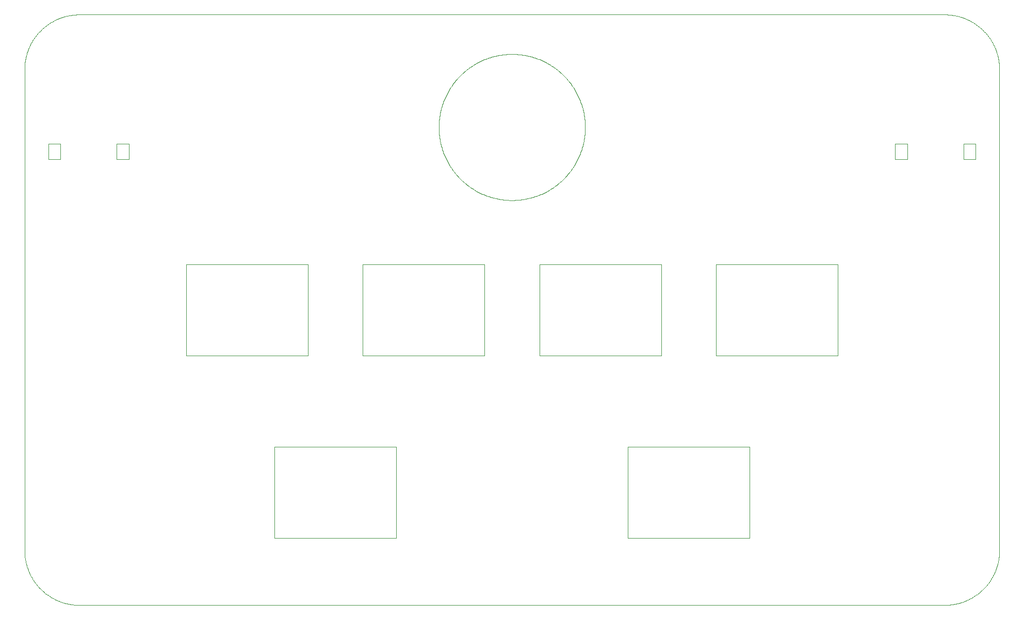
<source format=gko>
G04                                                      *
G04 Greetings!                                           *
G04 This Gerber was generated by PCBmodE, an open source *
G04 PCB design software. Get it here:                    *
G04                                                      *
G04   http://pcbmode.com                                 *
G04                                                      *
G04 Also visit                                           *
G04                                                      *
G04   http://boldport.com                                *
G04                                                      *
G04 and follow @boldport / @pcbmode for updates!         *
G04                                                      *

G04 leading zeros omitted (L); absolute data (A); 6 integer digits and 6 fractional digits *
%FSLAX66Y66*%

G04 mode (MO): millimeters (MM) *
%MOMM*%

G04 Aperture definitions *
%ADD10C,0.001X*%
%ADD11C,0.001X*%
%ADD20C,0.05X*%

%LPD*%
D20*
G01X154100000Y-21200000D02*
G01X156100000Y-21200000D01*
G01X156100000Y-23800000D01*
G01X154100000Y-23800000D01*
G01X154100000Y-21200000D01*
D20*
G01X142900000Y-21200000D02*
G01X144900000Y-21200000D01*
G01X144900000Y-23800000D01*
G01X142900000Y-23800000D01*
G01X142900000Y-21200000D01*
D20*
G01X3900000Y-21200000D02*
G01X5900000Y-21200000D01*
G01X5900000Y-23800000D01*
G01X3900000Y-23800000D01*
G01X3900000Y-21200000D01*
D20*
G01X15100000Y-21200000D02*
G01X17100000Y-21200000D01*
G01X17100000Y-23800000D01*
G01X15100000Y-23800000D01*
G01X15100000Y-21200000D01*
D20*
G01X80000000Y-30500000D02*
G01X80000000Y-30500000D01*
G01X79801558Y-30498392D01*
G01X79603894Y-30493586D01*
G01X79407032Y-30485605D01*
G01X79210997Y-30474475D01*
G01X79015813Y-30460220D01*
G01X78821507Y-30442866D01*
G01X78628101Y-30422435D01*
G01X78435621Y-30398955D01*
G01X78244092Y-30372448D01*
G01X78053538Y-30342940D01*
G01X77863984Y-30310456D01*
G01X77675454Y-30275020D01*
G01X77487974Y-30236657D01*
G01X77301568Y-30195391D01*
G01X77116261Y-30151248D01*
G01X76932077Y-30104252D01*
G01X76749042Y-30054428D01*
G01X76567179Y-30001800D01*
G01X76386514Y-29946393D01*
G01X76207072Y-29888232D01*
G01X76028876Y-29827342D01*
G01X75851952Y-29763747D01*
G01X75676325Y-29697472D01*
G01X75502019Y-29628541D01*
G01X75329058Y-29556981D01*
G01X75157469Y-29482814D01*
G01X74987274Y-29406066D01*
G01X74818500Y-29326761D01*
G01X74651170Y-29244925D01*
G01X74485309Y-29160582D01*
G01X74320943Y-29073756D01*
G01X74158095Y-28984473D01*
G01X73996791Y-28892757D01*
G01X73837055Y-28798632D01*
G01X73678912Y-28702124D01*
G01X73522387Y-28603257D01*
G01X73367504Y-28502056D01*
G01X73214288Y-28398546D01*
G01X73062764Y-28292751D01*
G01X72912956Y-28184696D01*
G01X72764889Y-28074406D01*
G01X72618589Y-27961905D01*
G01X72474078Y-27847218D01*
G01X72331383Y-27730370D01*
G01X72190529Y-27611386D01*
G01X72051538Y-27490290D01*
G01X71914438Y-27367106D01*
G01X71779251Y-27241861D01*
G01X71646003Y-27114578D01*
G01X71514719Y-26985281D01*
G01X71385422Y-26853997D01*
G01X71258139Y-26720749D01*
G01X71132894Y-26585562D01*
G01X71009710Y-26448462D01*
G01X70888614Y-26309471D01*
G01X70769630Y-26168617D01*
G01X70652782Y-26025922D01*
G01X70538095Y-25881411D01*
G01X70425594Y-25735111D01*
G01X70315304Y-25587044D01*
G01X70207249Y-25437236D01*
G01X70101454Y-25285712D01*
G01X69997944Y-25132496D01*
G01X69896743Y-24977613D01*
G01X69797876Y-24821088D01*
G01X69701368Y-24662945D01*
G01X69607243Y-24503209D01*
G01X69515527Y-24341905D01*
G01X69426244Y-24179057D01*
G01X69339418Y-24014691D01*
G01X69255075Y-23848830D01*
G01X69173239Y-23681500D01*
G01X69093934Y-23512726D01*
G01X69017186Y-23342531D01*
G01X68943019Y-23170942D01*
G01X68871459Y-22997981D01*
G01X68802528Y-22823675D01*
G01X68736253Y-22648048D01*
G01X68672658Y-22471124D01*
G01X68611768Y-22292928D01*
G01X68553607Y-22113486D01*
G01X68498200Y-21932821D01*
G01X68445572Y-21750958D01*
G01X68395748Y-21567923D01*
G01X68348752Y-21383739D01*
G01X68304609Y-21198432D01*
G01X68263343Y-21012026D01*
G01X68224980Y-20824546D01*
G01X68189544Y-20636016D01*
G01X68157060Y-20446462D01*
G01X68127552Y-20255908D01*
G01X68101045Y-20064379D01*
G01X68077565Y-19871899D01*
G01X68057134Y-19678493D01*
G01X68039780Y-19484187D01*
G01X68025525Y-19289003D01*
G01X68014395Y-19092968D01*
G01X68006414Y-18896106D01*
G01X68001608Y-18698442D01*
G01X68000000Y-18500000D01*
G01X68000000Y-18500000D01*
G01X68000000Y-18500000D01*
G01X68001608Y-18301558D01*
G01X68006414Y-18103894D01*
G01X68014395Y-17907032D01*
G01X68025525Y-17710997D01*
G01X68039780Y-17515813D01*
G01X68057134Y-17321507D01*
G01X68077565Y-17128101D01*
G01X68101045Y-16935621D01*
G01X68127552Y-16744092D01*
G01X68157060Y-16553538D01*
G01X68189544Y-16363984D01*
G01X68224980Y-16175454D01*
G01X68263343Y-15987974D01*
G01X68304609Y-15801568D01*
G01X68348752Y-15616261D01*
G01X68395748Y-15432077D01*
G01X68445572Y-15249042D01*
G01X68498200Y-15067179D01*
G01X68553607Y-14886514D01*
G01X68611768Y-14707072D01*
G01X68672658Y-14528876D01*
G01X68736253Y-14351952D01*
G01X68802528Y-14176325D01*
G01X68871459Y-14002019D01*
G01X68943019Y-13829058D01*
G01X69017186Y-13657469D01*
G01X69093934Y-13487274D01*
G01X69173239Y-13318499D01*
G01X69255075Y-13151170D01*
G01X69339418Y-12985309D01*
G01X69426244Y-12820943D01*
G01X69515527Y-12658095D01*
G01X69607243Y-12496791D01*
G01X69701368Y-12337055D01*
G01X69797876Y-12178912D01*
G01X69896743Y-12022387D01*
G01X69997944Y-11867504D01*
G01X70101454Y-11714288D01*
G01X70207249Y-11562764D01*
G01X70315304Y-11412956D01*
G01X70425594Y-11264889D01*
G01X70538095Y-11118589D01*
G01X70652782Y-10974078D01*
G01X70769630Y-10831383D01*
G01X70888614Y-10690529D01*
G01X71009710Y-10551538D01*
G01X71132894Y-10414438D01*
G01X71258139Y-10279251D01*
G01X71385422Y-10146003D01*
G01X71514719Y-10014719D01*
G01X71646003Y-9885422D01*
G01X71779251Y-9758139D01*
G01X71914438Y-9632894D01*
G01X72051538Y-9509710D01*
G01X72190529Y-9388614D01*
G01X72331383Y-9269630D01*
G01X72474078Y-9152782D01*
G01X72618589Y-9038095D01*
G01X72764889Y-8925594D01*
G01X72912956Y-8815304D01*
G01X73062764Y-8707249D01*
G01X73214288Y-8601454D01*
G01X73367504Y-8497943D01*
G01X73522387Y-8396743D01*
G01X73678912Y-8297876D01*
G01X73837055Y-8201368D01*
G01X73996791Y-8107243D01*
G01X74158095Y-8015527D01*
G01X74320943Y-7926244D01*
G01X74485309Y-7839418D01*
G01X74651170Y-7755075D01*
G01X74818500Y-7673239D01*
G01X74987274Y-7593934D01*
G01X75157469Y-7517186D01*
G01X75329058Y-7443019D01*
G01X75502019Y-7371459D01*
G01X75676325Y-7302528D01*
G01X75851952Y-7236253D01*
G01X76028876Y-7172658D01*
G01X76207072Y-7111768D01*
G01X76386514Y-7053607D01*
G01X76567179Y-6998200D01*
G01X76749042Y-6945572D01*
G01X76932077Y-6895748D01*
G01X77116261Y-6848752D01*
G01X77301568Y-6804609D01*
G01X77487974Y-6763343D01*
G01X77675454Y-6724980D01*
G01X77863984Y-6689544D01*
G01X78053538Y-6657060D01*
G01X78244092Y-6627552D01*
G01X78435621Y-6601045D01*
G01X78628101Y-6577565D01*
G01X78821507Y-6557134D01*
G01X79015813Y-6539780D01*
G01X79210997Y-6525525D01*
G01X79407032Y-6514395D01*
G01X79603894Y-6506414D01*
G01X79801558Y-6501608D01*
G01X80000000Y-6500000D01*
G01X80000000Y-6500000D01*
G01X80000000Y-6500000D01*
G01X80198442Y-6501608D01*
G01X80396106Y-6506414D01*
G01X80592968Y-6514395D01*
G01X80789003Y-6525525D01*
G01X80984187Y-6539780D01*
G01X81178493Y-6557134D01*
G01X81371899Y-6577565D01*
G01X81564379Y-6601045D01*
G01X81755908Y-6627552D01*
G01X81946462Y-6657060D01*
G01X82136016Y-6689544D01*
G01X82324546Y-6724980D01*
G01X82512026Y-6763343D01*
G01X82698432Y-6804609D01*
G01X82883739Y-6848752D01*
G01X83067923Y-6895748D01*
G01X83250958Y-6945572D01*
G01X83432821Y-6998200D01*
G01X83613486Y-7053607D01*
G01X83792928Y-7111768D01*
G01X83971124Y-7172658D01*
G01X84148048Y-7236253D01*
G01X84323675Y-7302528D01*
G01X84497981Y-7371459D01*
G01X84670942Y-7443019D01*
G01X84842531Y-7517186D01*
G01X85012726Y-7593934D01*
G01X85181500Y-7673239D01*
G01X85348830Y-7755075D01*
G01X85514691Y-7839418D01*
G01X85679057Y-7926244D01*
G01X85841905Y-8015527D01*
G01X86003209Y-8107243D01*
G01X86162945Y-8201368D01*
G01X86321088Y-8297876D01*
G01X86477613Y-8396743D01*
G01X86632496Y-8497943D01*
G01X86785712Y-8601454D01*
G01X86937236Y-8707249D01*
G01X87087044Y-8815304D01*
G01X87235111Y-8925594D01*
G01X87381411Y-9038095D01*
G01X87525922Y-9152782D01*
G01X87668617Y-9269630D01*
G01X87809471Y-9388614D01*
G01X87948462Y-9509710D01*
G01X88085562Y-9632894D01*
G01X88220749Y-9758139D01*
G01X88353997Y-9885422D01*
G01X88485281Y-10014719D01*
G01X88614578Y-10146003D01*
G01X88741861Y-10279251D01*
G01X88867106Y-10414438D01*
G01X88990290Y-10551538D01*
G01X89111386Y-10690529D01*
G01X89230370Y-10831383D01*
G01X89347218Y-10974078D01*
G01X89461905Y-11118589D01*
G01X89574406Y-11264889D01*
G01X89684696Y-11412956D01*
G01X89792751Y-11562764D01*
G01X89898546Y-11714288D01*
G01X90002056Y-11867504D01*
G01X90103257Y-12022387D01*
G01X90202124Y-12178912D01*
G01X90298632Y-12337055D01*
G01X90392757Y-12496791D01*
G01X90484473Y-12658095D01*
G01X90573756Y-12820943D01*
G01X90660582Y-12985309D01*
G01X90744925Y-13151170D01*
G01X90826761Y-13318499D01*
G01X90906066Y-13487274D01*
G01X90982814Y-13657469D01*
G01X91056981Y-13829058D01*
G01X91128541Y-14002019D01*
G01X91197472Y-14176325D01*
G01X91263747Y-14351952D01*
G01X91327342Y-14528876D01*
G01X91388232Y-14707072D01*
G01X91446393Y-14886514D01*
G01X91501800Y-15067179D01*
G01X91554428Y-15249042D01*
G01X91604252Y-15432077D01*
G01X91651248Y-15616261D01*
G01X91695391Y-15801568D01*
G01X91736657Y-15987974D01*
G01X91775020Y-16175454D01*
G01X91810456Y-16363984D01*
G01X91842940Y-16553538D01*
G01X91872448Y-16744092D01*
G01X91898955Y-16935621D01*
G01X91922435Y-17128101D01*
G01X91942866Y-17321507D01*
G01X91960220Y-17515813D01*
G01X91974475Y-17710997D01*
G01X91985605Y-17907032D01*
G01X91993586Y-18103894D01*
G01X91998392Y-18301558D01*
G01X92000000Y-18500000D01*
G01X92000000Y-18500000D01*
G01X92000000Y-18500000D01*
G01X91998392Y-18698442D01*
G01X91993586Y-18896106D01*
G01X91985605Y-19092968D01*
G01X91974475Y-19289003D01*
G01X91960220Y-19484187D01*
G01X91942866Y-19678493D01*
G01X91922435Y-19871899D01*
G01X91898955Y-20064379D01*
G01X91872448Y-20255908D01*
G01X91842940Y-20446462D01*
G01X91810456Y-20636016D01*
G01X91775020Y-20824546D01*
G01X91736657Y-21012026D01*
G01X91695391Y-21198432D01*
G01X91651248Y-21383739D01*
G01X91604252Y-21567923D01*
G01X91554428Y-21750958D01*
G01X91501800Y-21932821D01*
G01X91446393Y-22113486D01*
G01X91388232Y-22292928D01*
G01X91327342Y-22471124D01*
G01X91263747Y-22648048D01*
G01X91197472Y-22823675D01*
G01X91128541Y-22997981D01*
G01X91056981Y-23170942D01*
G01X90982814Y-23342531D01*
G01X90906066Y-23512726D01*
G01X90826761Y-23681500D01*
G01X90744925Y-23848830D01*
G01X90660582Y-24014691D01*
G01X90573756Y-24179057D01*
G01X90484473Y-24341905D01*
G01X90392757Y-24503209D01*
G01X90298632Y-24662945D01*
G01X90202124Y-24821088D01*
G01X90103257Y-24977613D01*
G01X90002056Y-25132496D01*
G01X89898546Y-25285712D01*
G01X89792751Y-25437236D01*
G01X89684696Y-25587044D01*
G01X89574406Y-25735111D01*
G01X89461905Y-25881411D01*
G01X89347218Y-26025922D01*
G01X89230370Y-26168617D01*
G01X89111386Y-26309471D01*
G01X88990290Y-26448462D01*
G01X88867106Y-26585562D01*
G01X88741861Y-26720749D01*
G01X88614578Y-26853997D01*
G01X88485281Y-26985281D01*
G01X88353997Y-27114578D01*
G01X88220749Y-27241861D01*
G01X88085562Y-27367106D01*
G01X87948462Y-27490290D01*
G01X87809471Y-27611386D01*
G01X87668617Y-27730370D01*
G01X87525922Y-27847218D01*
G01X87381411Y-27961905D01*
G01X87235111Y-28074406D01*
G01X87087044Y-28184696D01*
G01X86937236Y-28292751D01*
G01X86785712Y-28398546D01*
G01X86632496Y-28502056D01*
G01X86477613Y-28603257D01*
G01X86321088Y-28702124D01*
G01X86162945Y-28798632D01*
G01X86003209Y-28892757D01*
G01X85841905Y-28984473D01*
G01X85679057Y-29073756D01*
G01X85514691Y-29160582D01*
G01X85348830Y-29244925D01*
G01X85181500Y-29326761D01*
G01X85012726Y-29406066D01*
G01X84842531Y-29482814D01*
G01X84670942Y-29556981D01*
G01X84497981Y-29628541D01*
G01X84323675Y-29697472D01*
G01X84148048Y-29763747D01*
G01X83971124Y-29827342D01*
G01X83792928Y-29888232D01*
G01X83613486Y-29946393D01*
G01X83432821Y-30001800D01*
G01X83250958Y-30054428D01*
G01X83067923Y-30104252D01*
G01X82883739Y-30151248D01*
G01X82698432Y-30195391D01*
G01X82512026Y-30236657D01*
G01X82324546Y-30275020D01*
G01X82136016Y-30310456D01*
G01X81946462Y-30342940D01*
G01X81755908Y-30372448D01*
G01X81564379Y-30398955D01*
G01X81371899Y-30422435D01*
G01X81178493Y-30442866D01*
G01X80984187Y-30460220D01*
G01X80789003Y-30474475D01*
G01X80592968Y-30485605D01*
G01X80396106Y-30493586D01*
G01X80198442Y-30498392D01*
G01X80000000Y-30500000D01*
G01X80000000Y-30500000D01*
D20*
G01X119000000Y-71000000D02*
G01X99000000Y-71000000D01*
G01X99000000Y-86000000D01*
G01X119000000Y-86000000D01*
G01X119000000Y-71000000D01*
D20*
G01X61000000Y-71000000D02*
G01X41000000Y-71000000D01*
G01X41000000Y-86000000D01*
G01X61000000Y-86000000D01*
G01X61000000Y-71000000D01*
D20*
G01X133500000Y-41000000D02*
G01X113500000Y-41000000D01*
G01X113500000Y-56000000D01*
G01X133500000Y-56000000D01*
G01X133500000Y-41000000D01*
D20*
G01X104500000Y-41000000D02*
G01X84500000Y-41000000D01*
G01X84500000Y-56000000D01*
G01X104500000Y-56000000D01*
G01X104500000Y-41000000D01*
D20*
G01X75500000Y-41000000D02*
G01X55500000Y-41000000D01*
G01X55500000Y-56000000D01*
G01X75500000Y-56000000D01*
G01X75500000Y-41000000D01*
D20*
G01X46500000Y-41000000D02*
G01X26500000Y-41000000D01*
G01X26500000Y-56000000D01*
G01X46500000Y-56000000D01*
G01X46500000Y-41000000D01*
D20*
G01X0000000Y-48500000D02*
G01X0000000Y-9000000D01*
G01X0000000Y-9000000D01*
G01X0001206Y-8851169D01*
G01X0004811Y-8702920D01*
G01X0010796Y-8555274D01*
G01X0019144Y-8408247D01*
G01X0029835Y-8261860D01*
G01X0042851Y-8116130D01*
G01X0058173Y-7971076D01*
G01X0075784Y-7826716D01*
G01X0095664Y-7683069D01*
G01X0117795Y-7540153D01*
G01X0142158Y-7397988D01*
G01X0168735Y-7256591D01*
G01X0197507Y-7115981D01*
G01X0228457Y-6976176D01*
G01X0261564Y-6837196D01*
G01X0296811Y-6699058D01*
G01X0334179Y-6561781D01*
G01X0373650Y-6425384D01*
G01X0415205Y-6289886D01*
G01X0458826Y-6155304D01*
G01X0504494Y-6021657D01*
G01X0552190Y-5888964D01*
G01X0601896Y-5757244D01*
G01X0653594Y-5626514D01*
G01X0707265Y-5496794D01*
G01X0762890Y-5368101D01*
G01X0820451Y-5240455D01*
G01X0879929Y-5113875D01*
G01X0941306Y-4988377D01*
G01X1004564Y-4863982D01*
G01X1069683Y-4740707D01*
G01X1136645Y-4618571D01*
G01X1205432Y-4497593D01*
G01X1276026Y-4377791D01*
G01X1348407Y-4259184D01*
G01X1422557Y-4141790D01*
G01X1498458Y-4025628D01*
G01X1576090Y-3910716D01*
G01X1655437Y-3797073D01*
G01X1736478Y-3684717D01*
G01X1819196Y-3573667D01*
G01X1903571Y-3463941D01*
G01X1989586Y-3355559D01*
G01X2077222Y-3248538D01*
G01X2166461Y-3142896D01*
G01X2257283Y-3038654D01*
G01X2349670Y-2935828D01*
G01X2443604Y-2834438D01*
G01X2539067Y-2734502D01*
G01X2636039Y-2636039D01*
G01X2734502Y-2539067D01*
G01X2834438Y-2443604D01*
G01X2935828Y-2349670D01*
G01X3038654Y-2257283D01*
G01X3142896Y-2166461D01*
G01X3248538Y-2077222D01*
G01X3355559Y-1989586D01*
G01X3463941Y-1903571D01*
G01X3573667Y-1819196D01*
G01X3684717Y-1736478D01*
G01X3797073Y-1655437D01*
G01X3910716Y-1576090D01*
G01X4025628Y-1498458D01*
G01X4141790Y-1422557D01*
G01X4259184Y-1348407D01*
G01X4377791Y-1276026D01*
G01X4497593Y-1205432D01*
G01X4618571Y-1136645D01*
G01X4740707Y-1069683D01*
G01X4863982Y-1004564D01*
G01X4988377Y-0941306D01*
G01X5113875Y-0879929D01*
G01X5240455Y-0820451D01*
G01X5368101Y-0762890D01*
G01X5496794Y-0707265D01*
G01X5626514Y-0653594D01*
G01X5757244Y-0601896D01*
G01X5888964Y-0552190D01*
G01X6021657Y-0504494D01*
G01X6155304Y-0458826D01*
G01X6289886Y-0415205D01*
G01X6425384Y-0373650D01*
G01X6561781Y-0334179D01*
G01X6699058Y-0296811D01*
G01X6837196Y-0261564D01*
G01X6976176Y-0228457D01*
G01X7115981Y-0197507D01*
G01X7256591Y-0168735D01*
G01X7397988Y-0142158D01*
G01X7540153Y-0117795D01*
G01X7683069Y-0095664D01*
G01X7826716Y-0075784D01*
G01X7971076Y-0058173D01*
G01X8116130Y-0042851D01*
G01X8261860Y-0029835D01*
G01X8408247Y-0019144D01*
G01X8555274Y-0010796D01*
G01X8702920Y-0004811D01*
G01X8851169Y-0001206D01*
G01X9000000Y-0000000D01*
G01X9000000Y-0000000D01*
G01X80000000Y-0000000D01*
G01X151000000Y-0000000D01*
G01X151000000Y-0000000D01*
G01X151148831Y-0001206D01*
G01X151297080Y-0004811D01*
G01X151444726Y-0010796D01*
G01X151591753Y-0019144D01*
G01X151738140Y-0029835D01*
G01X151883870Y-0042851D01*
G01X152028924Y-0058173D01*
G01X152173284Y-0075784D01*
G01X152316931Y-0095664D01*
G01X152459847Y-0117795D01*
G01X152602012Y-0142158D01*
G01X152743409Y-0168735D01*
G01X152884019Y-0197507D01*
G01X153023824Y-0228457D01*
G01X153162804Y-0261564D01*
G01X153300942Y-0296811D01*
G01X153438219Y-0334179D01*
G01X153574616Y-0373650D01*
G01X153710114Y-0415205D01*
G01X153844696Y-0458826D01*
G01X153978343Y-0504494D01*
G01X154111036Y-0552190D01*
G01X154242756Y-0601896D01*
G01X154373486Y-0653594D01*
G01X154503206Y-0707265D01*
G01X154631899Y-0762890D01*
G01X154759545Y-0820451D01*
G01X154886125Y-0879929D01*
G01X155011623Y-0941306D01*
G01X155136018Y-1004564D01*
G01X155259293Y-1069683D01*
G01X155381429Y-1136645D01*
G01X155502407Y-1205432D01*
G01X155622209Y-1276026D01*
G01X155740816Y-1348407D01*
G01X155858210Y-1422557D01*
G01X155974372Y-1498458D01*
G01X156089284Y-1576090D01*
G01X156202927Y-1655437D01*
G01X156315283Y-1736478D01*
G01X156426333Y-1819196D01*
G01X156536059Y-1903571D01*
G01X156644441Y-1989586D01*
G01X156751462Y-2077222D01*
G01X156857104Y-2166461D01*
G01X156961346Y-2257283D01*
G01X157064172Y-2349670D01*
G01X157165562Y-2443604D01*
G01X157265498Y-2539067D01*
G01X157363961Y-2636039D01*
G01X157460933Y-2734502D01*
G01X157556396Y-2834438D01*
G01X157650330Y-2935828D01*
G01X157742717Y-3038654D01*
G01X157833539Y-3142896D01*
G01X157922778Y-3248538D01*
G01X158010414Y-3355559D01*
G01X158096429Y-3463941D01*
G01X158180804Y-3573667D01*
G01X158263522Y-3684717D01*
G01X158344563Y-3797073D01*
G01X158423910Y-3910716D01*
G01X158501542Y-4025628D01*
G01X158577443Y-4141790D01*
G01X158651593Y-4259184D01*
G01X158723974Y-4377791D01*
G01X158794568Y-4497593D01*
G01X158863355Y-4618571D01*
G01X158930317Y-4740707D01*
G01X158995436Y-4863982D01*
G01X159058694Y-4988377D01*
G01X159120071Y-5113875D01*
G01X159179549Y-5240455D01*
G01X159237110Y-5368101D01*
G01X159292735Y-5496794D01*
G01X159346406Y-5626514D01*
G01X159398104Y-5757244D01*
G01X159447810Y-5888964D01*
G01X159495506Y-6021657D01*
G01X159541174Y-6155304D01*
G01X159584795Y-6289886D01*
G01X159626350Y-6425384D01*
G01X159665821Y-6561781D01*
G01X159703189Y-6699058D01*
G01X159738436Y-6837196D01*
G01X159771543Y-6976176D01*
G01X159802493Y-7115981D01*
G01X159831265Y-7256591D01*
G01X159857842Y-7397988D01*
G01X159882205Y-7540153D01*
G01X159904336Y-7683069D01*
G01X159924216Y-7826716D01*
G01X159941827Y-7971076D01*
G01X159957149Y-8116130D01*
G01X159970165Y-8261860D01*
G01X159980856Y-8408247D01*
G01X159989204Y-8555274D01*
G01X159995189Y-8702920D01*
G01X159998794Y-8851169D01*
G01X160000000Y-9000000D01*
G01X160000000Y-9000000D01*
G01X160000000Y-48500000D01*
G01X160000000Y-88000000D01*
G01X160000000Y-88000000D01*
G01X159998794Y-88148831D01*
G01X159995189Y-88297080D01*
G01X159989204Y-88444726D01*
G01X159980856Y-88591752D01*
G01X159970165Y-88738140D01*
G01X159957149Y-88883870D01*
G01X159941827Y-89028924D01*
G01X159924216Y-89173284D01*
G01X159904336Y-89316931D01*
G01X159882205Y-89459847D01*
G01X159857842Y-89602012D01*
G01X159831265Y-89743409D01*
G01X159802493Y-89884019D01*
G01X159771543Y-90023824D01*
G01X159738436Y-90162804D01*
G01X159703189Y-90300942D01*
G01X159665821Y-90438219D01*
G01X159626350Y-90574616D01*
G01X159584795Y-90710114D01*
G01X159541174Y-90844696D01*
G01X159495506Y-90978343D01*
G01X159447810Y-91111036D01*
G01X159398104Y-91242756D01*
G01X159346406Y-91373486D01*
G01X159292735Y-91503206D01*
G01X159237110Y-91631899D01*
G01X159179549Y-91759545D01*
G01X159120071Y-91886125D01*
G01X159058694Y-92011623D01*
G01X158995436Y-92136018D01*
G01X158930317Y-92259293D01*
G01X158863355Y-92381429D01*
G01X158794568Y-92502407D01*
G01X158723974Y-92622209D01*
G01X158651593Y-92740816D01*
G01X158577443Y-92858210D01*
G01X158501542Y-92974372D01*
G01X158423910Y-93089284D01*
G01X158344563Y-93202927D01*
G01X158263522Y-93315283D01*
G01X158180804Y-93426333D01*
G01X158096429Y-93536059D01*
G01X158010414Y-93644441D01*
G01X157922778Y-93751462D01*
G01X157833539Y-93857104D01*
G01X157742717Y-93961346D01*
G01X157650330Y-94064172D01*
G01X157556396Y-94165562D01*
G01X157460933Y-94265498D01*
G01X157363961Y-94363961D01*
G01X157265498Y-94460933D01*
G01X157165562Y-94556396D01*
G01X157064172Y-94650330D01*
G01X156961346Y-94742717D01*
G01X156857104Y-94833539D01*
G01X156751462Y-94922778D01*
G01X156644441Y-95010414D01*
G01X156536059Y-95096429D01*
G01X156426333Y-95180804D01*
G01X156315283Y-95263522D01*
G01X156202927Y-95344563D01*
G01X156089284Y-95423910D01*
G01X155974372Y-95501542D01*
G01X155858210Y-95577443D01*
G01X155740816Y-95651593D01*
G01X155622209Y-95723974D01*
G01X155502407Y-95794568D01*
G01X155381429Y-95863355D01*
G01X155259293Y-95930317D01*
G01X155136018Y-95995436D01*
G01X155011623Y-96058694D01*
G01X154886125Y-96120071D01*
G01X154759545Y-96179549D01*
G01X154631899Y-96237110D01*
G01X154503206Y-96292735D01*
G01X154373486Y-96346406D01*
G01X154242756Y-96398104D01*
G01X154111036Y-96447810D01*
G01X153978343Y-96495506D01*
G01X153844696Y-96541174D01*
G01X153710114Y-96584795D01*
G01X153574616Y-96626350D01*
G01X153438219Y-96665821D01*
G01X153300942Y-96703189D01*
G01X153162804Y-96738436D01*
G01X153023824Y-96771543D01*
G01X152884019Y-96802493D01*
G01X152743409Y-96831265D01*
G01X152602012Y-96857842D01*
G01X152459847Y-96882205D01*
G01X152316931Y-96904336D01*
G01X152173284Y-96924216D01*
G01X152028924Y-96941827D01*
G01X151883870Y-96957149D01*
G01X151738140Y-96970165D01*
G01X151591753Y-96980856D01*
G01X151444726Y-96989204D01*
G01X151297080Y-96995189D01*
G01X151148831Y-96998794D01*
G01X151000000Y-97000000D01*
G01X151000000Y-97000000D01*
G01X80000000Y-97000000D01*
G01X9000000Y-97000000D01*
G01X9000000Y-97000000D01*
G01X8851169Y-96998794D01*
G01X8702920Y-96995189D01*
G01X8555274Y-96989204D01*
G01X8408247Y-96980856D01*
G01X8261860Y-96970165D01*
G01X8116130Y-96957149D01*
G01X7971076Y-96941827D01*
G01X7826716Y-96924216D01*
G01X7683069Y-96904336D01*
G01X7540153Y-96882205D01*
G01X7397988Y-96857842D01*
G01X7256591Y-96831265D01*
G01X7115981Y-96802493D01*
G01X6976176Y-96771543D01*
G01X6837196Y-96738436D01*
G01X6699058Y-96703189D01*
G01X6561781Y-96665821D01*
G01X6425384Y-96626350D01*
G01X6289886Y-96584795D01*
G01X6155304Y-96541174D01*
G01X6021657Y-96495506D01*
G01X5888964Y-96447810D01*
G01X5757244Y-96398104D01*
G01X5626514Y-96346406D01*
G01X5496794Y-96292735D01*
G01X5368101Y-96237110D01*
G01X5240455Y-96179549D01*
G01X5113875Y-96120071D01*
G01X4988377Y-96058694D01*
G01X4863982Y-95995436D01*
G01X4740707Y-95930317D01*
G01X4618571Y-95863355D01*
G01X4497593Y-95794568D01*
G01X4377791Y-95723974D01*
G01X4259184Y-95651593D01*
G01X4141790Y-95577443D01*
G01X4025628Y-95501542D01*
G01X3910716Y-95423910D01*
G01X3797073Y-95344563D01*
G01X3684717Y-95263522D01*
G01X3573667Y-95180804D01*
G01X3463941Y-95096429D01*
G01X3355559Y-95010414D01*
G01X3248538Y-94922778D01*
G01X3142896Y-94833539D01*
G01X3038654Y-94742717D01*
G01X2935828Y-94650330D01*
G01X2834438Y-94556396D01*
G01X2734502Y-94460933D01*
G01X2636039Y-94363961D01*
G01X2539067Y-94265498D01*
G01X2443604Y-94165562D01*
G01X2349670Y-94064172D01*
G01X2257283Y-93961346D01*
G01X2166461Y-93857104D01*
G01X2077222Y-93751462D01*
G01X1989586Y-93644441D01*
G01X1903571Y-93536059D01*
G01X1819196Y-93426333D01*
G01X1736478Y-93315283D01*
G01X1655437Y-93202927D01*
G01X1576090Y-93089284D01*
G01X1498458Y-92974372D01*
G01X1422557Y-92858210D01*
G01X1348407Y-92740816D01*
G01X1276026Y-92622209D01*
G01X1205432Y-92502407D01*
G01X1136645Y-92381429D01*
G01X1069683Y-92259293D01*
G01X1004564Y-92136018D01*
G01X0941306Y-92011623D01*
G01X0879929Y-91886125D01*
G01X0820451Y-91759545D01*
G01X0762890Y-91631899D01*
G01X0707265Y-91503206D01*
G01X0653594Y-91373486D01*
G01X0601896Y-91242756D01*
G01X0552190Y-91111036D01*
G01X0504494Y-90978343D01*
G01X0458826Y-90844696D01*
G01X0415205Y-90710114D01*
G01X0373650Y-90574616D01*
G01X0334179Y-90438219D01*
G01X0296811Y-90300942D01*
G01X0261564Y-90162804D01*
G01X0228457Y-90023824D01*
G01X0197507Y-89884019D01*
G01X0168735Y-89743409D01*
G01X0142158Y-89602012D01*
G01X0117795Y-89459847D01*
G01X0095664Y-89316931D01*
G01X0075784Y-89173284D01*
G01X0058173Y-89028924D01*
G01X0042851Y-88883870D01*
G01X0029835Y-88738140D01*
G01X0019144Y-88591752D01*
G01X0010796Y-88444726D01*
G01X0004811Y-88297080D01*
G01X0001206Y-88148831D01*
G01X0000000Y-88000000D01*
G01X0000000Y-88000000D01*
G01X0000000Y-48500000D01*
G04 end of program *
M02*

</source>
